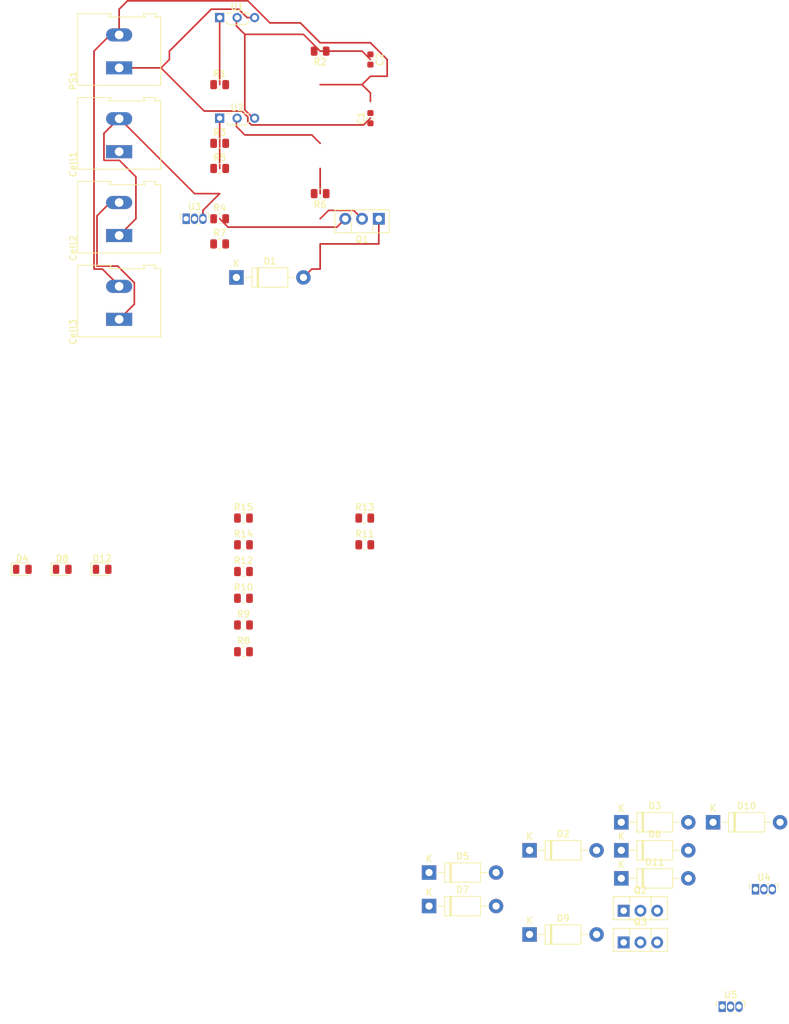
<source format=kicad_pcb>
(kicad_pcb (version 20211014) (generator pcbnew)
  (layers (0 "F.Cu" signal) (31 "B.Cu" signal) (35 "F.Paste" user) (37 "F.SilkS" user "F.Silkscreen") (38 "B.Mask" user) (39 "F.Mask" user) (44 "Edge.Cuts" user))
  (net 0 "")
  (net 1 "Net-(D1-Pad2)")
  (net 2 "Net-(D1-Pad1)")
  (net 3 "Net-(D2-Pad1)")
  (net 4 "GND")
  (net 5 "Net-(D5-Pad2)")
  (net 6 "Net-(D5-Pad1)")
  (net 7 "Net-(D6-Pad1)")
  (net 8 "/CELL1_Out")
  (net 9 "Net-(D9-Pad2)")
  (net 10 "Net-(D10-Pad2)")
  (net 11 "Net-(D10-Pad1)")
  (net 12 "+12V")
  (net 13 "Net-(Q1-Pad3)")
  (net 14 "/CELL2_Out")
  (net 15 "Net-(Q2-Pad3)")
  (net 16 "Net-(Q3-Pad3)")
  (net 17 "Net-(R5-Pad2)")
  (net 18 "Net-(R10-Pad1)")
  (net 19 "Net-(R13-Pad2)")
  (net 20 "+24V")
  (net 21 "/R2toReg")
  (net 22 "/ADJ2R1")
  (net 23 "/VouttoR3")
  (net 24 "Net-(D4-Pad2)")
  (net 25 "Net-(D8-Pad2)")
  (net 26 "Net-(D12-Pad2)")
  (footprint "Diode_THT:D_DO-41_SOD81_P10.16mm_Horizontal" (layer "F.Cu") (at 50.8 67.31)
    (fp_text reference "D1" (at 5.08 -2.47) (layer "F.SilkS"))
    (fp_text value "1N4007")
    (fp_text user "K" (at 0 -2.1) (layer "F.SilkS"))
    (fp_line (start 7.8 -1.47) (end 2.36 -1.47) (layer "F.SilkS") (width 0.12))
    (fp_line (start 8.82 0) (end 7.8 0) (layer "F.SilkS") (width 0.12))
    (fp_line (start 3.26 -1.47) (end 3.26 1.47) (layer "F.SilkS") (width 0.12))
    (fp_line (start 7.8 1.47) (end 7.8 -1.47) (layer "F.SilkS") (width 0.12))
    (fp_line (start 2.36 1.47) (end 7.8 1.47) (layer "F.SilkS") (width 0.12))
    (fp_line (start 3.14 -1.47) (end 3.14 1.47) (layer "F.SilkS") (width 0.12))
    (fp_line (start 1.34 0) (end 2.36 0) (layer "F.SilkS") (width 0.12))
    (fp_line (start 2.36 -1.47) (end 2.36 1.47) (layer "F.SilkS") (width 0.12))
    (fp_line (start 3.38 -1.47) (end 3.38 1.47) (layer "F.SilkS") (width 0.12))
    (pad "1" thru_hole rect locked (at 0 0) (size 2.2 2.2) (drill 1.1) (layers *.Cu *.Mask) (net 2 "Net-(D1-Pad1)"))
    (pad "2" thru_hole oval locked (at 10.16 0) (size 2.2 2.2) (drill 1.1) (layers *.Cu *.Mask) (net 1 "Net-(D1-Pad2)"))
  )
  (footprint "Diode_THT:D_DO-41_SOD81_P10.16mm_Horizontal" (layer "F.Cu") (at 95.25 154.11)
    (fp_text reference "D2" (at 5.08 -2.47) (layer "F.SilkS"))
    (fp_text value "1N4007")
    (fp_text user "K" (at 0 -2.1) (layer "F.SilkS"))
    (fp_line (start 2.36 -1.47) (end 2.36 1.47) (layer "F.SilkS") (width 0.12))
    (fp_line (start 1.34 0) (end 2.36 0) (layer "F.SilkS") (width 0.12))
    (fp_line (start 3.14 -1.47) (end 3.14 1.47) (layer "F.SilkS") (width 0.12))
    (fp_line (start 2.36 1.47) (end 7.8 1.47) (layer "F.SilkS") (width 0.12))
    (fp_line (start 7.8 -1.47) (end 2.36 -1.47) (layer "F.SilkS") (width 0.12))
    (fp_line (start 3.26 -1.47) (end 3.26 1.47) (layer "F.SilkS") (width 0.12))
    (fp_line (start 3.38 -1.47) (end 3.38 1.47) (layer "F.SilkS") (width 0.12))
    (fp_line (start 8.82 0) (end 7.8 0) (layer "F.SilkS") (width 0.12))
    (fp_line (start 7.8 1.47) (end 7.8 -1.47) (layer "F.SilkS") (width 0.12))
    (pad "1" thru_hole rect locked (at 0 0) (size 2.2 2.2) (drill 1.1) (layers *.Cu *.Mask) (net 3 "Net-(D2-Pad1)"))
    (pad "2" thru_hole oval locked (at 10.16 0) (size 2.2 2.2) (drill 1.1) (layers *.Cu *.Mask) (net 2 "Net-(D1-Pad1)"))
  )
  (footprint "Diode_THT:D_DO-41_SOD81_P10.16mm_Horizontal" (layer "F.Cu") (at 109.16 149.86)
    (fp_text reference "D3" (at 5.08 -2.47) (layer "F.SilkS"))
    (fp_text value "1N4007")
    (fp_text user "K" (at 0 -2.1) (layer "F.SilkS"))
    (fp_line (start 1.34 0) (end 2.36 0) (layer "F.SilkS") (width 0.12))
    (fp_line (start 7.8 1.47) (end 7.8 -1.47) (layer "F.SilkS") (width 0.12))
    (fp_line (start 3.14 -1.47) (end 3.14 1.47) (layer "F.SilkS") (width 0.12))
    (fp_line (start 2.36 1.47) (end 7.8 1.47) (layer "F.SilkS") (width 0.12))
    (fp_line (start 8.82 0) (end 7.8 0) (layer "F.SilkS") (width 0.12))
    (fp_line (start 3.38 -1.47) (end 3.38 1.47) (layer "F.SilkS") (width 0.12))
    (fp_line (start 3.26 -1.47) (end 3.26 1.47) (layer "F.SilkS") (width 0.12))
    (fp_line (start 7.8 -1.47) (end 2.36 -1.47) (layer "F.SilkS") (width 0.12))
    (fp_line (start 2.36 -1.47) (end 2.36 1.47) (layer "F.SilkS") (width 0.12))
    (pad "1" thru_hole rect locked (at 0 0) (size 2.2 2.2) (drill 1.1) (layers *.Cu *.Mask) (net 8 "/CELL1_Out"))
    (pad "2" thru_hole oval locked (at 10.16 0) (size 2.2 2.2) (drill 1.1) (layers *.Cu *.Mask) (net 3 "Net-(D2-Pad1)"))
  )
  (footprint "Diode_THT:D_DO-41_SOD81_P10.16mm_Horizontal" (layer "F.Cu") (at 80.01 157.48)
    (fp_text reference "D5" (at 5.08 -2.47) (layer "F.SilkS"))
    (fp_text value "1N4007")
    (fp_text user "K" (at 0 -2.1) (layer "F.SilkS"))
    (fp_line (start 7.8 1.47) (end 7.8 -1.47) (layer "F.SilkS") (width 0.12))
    (fp_line (start 3.26 -1.47) (end 3.26 1.47) (layer "F.SilkS") (width 0.12))
    (fp_line (start 7.8 -1.47) (end 2.36 -1.47) (layer "F.SilkS") (width 0.12))
    (fp_line (start 3.38 -1.47) (end 3.38 1.47) (layer "F.SilkS") (width 0.12))
    (fp_line (start 3.14 -1.47) (end 3.14 1.47) (layer "F.SilkS") (width 0.12))
    (fp_line (start 2.36 -1.47) (end 2.36 1.47) (layer "F.SilkS") (width 0.12))
    (fp_line (start 2.36 1.47) (end 7.8 1.47) (layer "F.SilkS") (width 0.12))
    (fp_line (start 1.34 0) (end 2.36 0) (layer "F.SilkS") (width 0.12))
    (fp_line (start 8.82 0) (end 7.8 0) (layer "F.SilkS") (width 0.12))
    (pad "1" thru_hole rect locked (at 0 0) (size 2.2 2.2) (drill 1.1) (layers *.Cu *.Mask) (net 6 "Net-(D5-Pad1)"))
    (pad "2" thru_hole oval locked (at 10.16 0) (size 2.2 2.2) (drill 1.1) (layers *.Cu *.Mask) (net 5 "Net-(D5-Pad2)"))
  )
  (footprint "Diode_THT:D_DO-41_SOD81_P10.16mm_Horizontal" (layer "F.Cu") (at 109.16 154.11)
    (fp_text reference "D6" (at 5.08 -2.47) (layer "F.SilkS"))
    (fp_text value "1N4007")
    (fp_text user "K" (at 0 -2.1) (layer "F.SilkS"))
    (fp_line (start 2.36 -1.47) (end 2.36 1.47) (layer "F.SilkS") (width 0.12))
    (fp_line (start 3.26 -1.47) (end 3.26 1.47) (layer "F.SilkS") (width 0.12))
    (fp_line (start 8.82 0) (end 7.8 0) (layer "F.SilkS") (width 0.12))
    (fp_line (start 7.8 -1.47) (end 2.36 -1.47) (layer "F.SilkS") (width 0.12))
    (fp_line (start 2.36 1.47) (end 7.8 1.47) (layer "F.SilkS") (width 0.12))
    (fp_line (start 3.38 -1.47) (end 3.38 1.47) (layer "F.SilkS") (width 0.12))
    (fp_line (start 1.34 0) (end 2.36 0) (layer "F.SilkS") (width 0.12))
    (fp_line (start 3.14 -1.47) (end 3.14 1.47) (layer "F.SilkS") (width 0.12))
    (fp_line (start 7.8 1.47) (end 7.8 -1.47) (layer "F.SilkS") (width 0.12))
    (pad "1" thru_hole rect locked (at 0 0) (size 2.2 2.2) (drill 1.1) (layers *.Cu *.Mask) (net 7 "Net-(D6-Pad1)"))
    (pad "2" thru_hole oval locked (at 10.16 0) (size 2.2 2.2) (drill 1.1) (layers *.Cu *.Mask) (net 6 "Net-(D5-Pad1)"))
  )
  (footprint "Diode_THT:D_DO-41_SOD81_P10.16mm_Horizontal" (layer "F.Cu") (at 80.01 162.56)
    (fp_text reference "D7" (at 5.08 -2.47) (layer "F.SilkS"))
    (fp_text value "1N4007")
    (fp_text user "K" (at 0 -2.1) (layer "F.SilkS"))
    (fp_line (start 3.14 -1.47) (end 3.14 1.47) (layer "F.SilkS") (width 0.12))
    (fp_line (start 8.82 0) (end 7.8 0) (layer "F.SilkS") (width 0.12))
    (fp_line (start 7.8 -1.47) (end 2.36 -1.47) (layer "F.SilkS") (width 0.12))
    (fp_line (start 2.36 -1.47) (end 2.36 1.47) (layer "F.SilkS") (width 0.12))
    (fp_line (start 3.26 -1.47) (end 3.26 1.47) (layer "F.SilkS") (width 0.12))
    (fp_line (start 1.34 0) (end 2.36 0) (layer "F.SilkS") (width 0.12))
    (fp_line (start 7.8 1.47) (end 7.8 -1.47) (layer "F.SilkS") (width 0.12))
    (fp_line (start 3.38 -1.47) (end 3.38 1.47) (layer "F.SilkS") (width 0.12))
    (fp_line (start 2.36 1.47) (end 7.8 1.47) (layer "F.SilkS") (width 0.12))
    (pad "1" thru_hole rect locked (at 0 0) (size 2.2 2.2) (drill 1.1) (layers *.Cu *.Mask) (net 14 "/CELL2_Out"))
    (pad "2" thru_hole oval locked (at 10.16 0) (size 2.2 2.2) (drill 1.1) (layers *.Cu *.Mask) (net 7 "Net-(D6-Pad1)"))
  )
  (footprint "Diode_THT:D_DO-41_SOD81_P10.16mm_Horizontal" (layer "F.Cu") (at 95.25 166.86)
    (fp_text reference "D9" (at 5.08 -2.47) (layer "F.SilkS"))
    (fp_text value "1N4007")
    (fp_text user "K" (at 0 -2.1) (layer "F.SilkS"))
    (fp_line (start 7.8 1.47) (end 7.8 -1.47) (layer "F.SilkS") (width 0.12))
    (fp_line (start 3.14 -1.47) (end 3.14 1.47) (layer "F.SilkS") (width 0.12))
    (fp_line (start 8.82 0) (end 7.8 0) (layer "F.SilkS") (width 0.12))
    (fp_line (start 7.8 -1.47) (end 2.36 -1.47) (layer "F.SilkS") (width 0.12))
    (fp_line (start 2.36 -1.47) (end 2.36 1.47) (layer "F.SilkS") (width 0.12))
    (fp_line (start 3.38 -1.47) (end 3.38 1.47) (layer "F.SilkS") (width 0.12))
    (fp_line (start 1.34 0) (end 2.36 0) (layer "F.SilkS") (width 0.12))
    (fp_line (start 2.36 1.47) (end 7.8 1.47) (layer "F.SilkS") (width 0.12))
    (fp_line (start 3.26 -1.47) (end 3.26 1.47) (layer "F.SilkS") (width 0.12))
    (pad "1" thru_hole rect locked (at 0 0) (size 2.2 2.2) (drill 1.1) (layers *.Cu *.Mask) (net 10 "Net-(D10-Pad2)"))
    (pad "2" thru_hole oval locked (at 10.16 0) (size 2.2 2.2) (drill 1.1) (layers *.Cu *.Mask) (net 9 "Net-(D9-Pad2)"))
  )
  (footprint "Diode_THT:D_DO-41_SOD81_P10.16mm_Horizontal" (layer "F.Cu") (at 123.07 149.86)
    (fp_text reference "D10" (at 5.08 -2.47) (layer "F.SilkS"))
    (fp_text value "1N4007")
    (fp_text user "K" (at 0 -2.1) (layer "F.SilkS"))
    (fp_line (start 2.36 -1.47) (end 2.36 1.47) (layer "F.SilkS") (width 0.12))
    (fp_line (start 8.82 0) (end 7.8 0) (layer "F.SilkS") (width 0.12))
    (fp_line (start 1.34 0) (end 2.36 0) (layer "F.SilkS") (width 0.12))
    (fp_line (start 3.14 -1.47) (end 3.14 1.47) (layer "F.SilkS") (width 0.12))
    (fp_line (start 3.38 -1.47) (end 3.38 1.47) (layer "F.SilkS") (width 0.12))
    (fp_line (start 7.8 1.47) (end 7.8 -1.47) (layer "F.SilkS") (width 0.12))
    (fp_line (start 2.36 1.47) (end 7.8 1.47) (layer "F.SilkS") (width 0.12))
    (fp_line (start 7.8 -1.47) (end 2.36 -1.47) (layer "F.SilkS") (width 0.12))
    (fp_line (start 3.26 -1.47) (end 3.26 1.47) (layer "F.SilkS") (width 0.12))
    (pad "1" thru_hole rect locked (at 0 0) (size 2.2 2.2) (drill 1.1) (layers *.Cu *.Mask) (net 11 "Net-(D10-Pad1)"))
    (pad "2" thru_hole oval locked (at 10.16 0) (size 2.2 2.2) (drill 1.1) (layers *.Cu *.Mask) (net 10 "Net-(D10-Pad2)"))
  )
  (footprint "Diode_THT:D_DO-41_SOD81_P10.16mm_Horizontal" (layer "F.Cu") (at 109.16 158.36)
    (fp_text reference "D11" (at 5.08 -2.47) (layer "F.SilkS"))
    (fp_text value "1N4007")
    (fp_text user "K" (at 0 -2.1) (layer "F.SilkS"))
    (fp_line (start 3.14 -1.47) (end 3.14 1.47) (layer "F.SilkS") (width 0.12))
    (fp_line (start 2.36 -1.47) (end 2.36 1.47) (layer "F.SilkS") (width 0.12))
    (fp_line (start 8.82 0) (end 7.8 0) (layer "F.SilkS") (width 0.12))
    (fp_line (start 3.38 -1.47) (end 3.38 1.47) (layer "F.SilkS") (width 0.12))
    (fp_line (start 1.34 0) (end 2.36 0) (layer "F.SilkS") (width 0.12))
    (fp_line (start 7.8 1.47) (end 7.8 -1.47) (layer "F.SilkS") (width 0.12))
    (fp_line (start 3.26 -1.47) (end 3.26 1.47) (layer "F.SilkS") (width 0.12))
    (fp_line (start 2.36 1.47) (end 7.8 1.47) (layer "F.SilkS") (width 0.12))
    (fp_line (start 7.8 -1.47) (end 2.36 -1.47) (layer "F.SilkS") (width 0.12))
    (pad "1" thru_hole rect locked (at 0 0) (size 2.2 2.2) (drill 1.1) (layers *.Cu *.Mask) (net 4 "GND"))
    (pad "2" thru_hole oval locked (at 10.16 0) (size 2.2 2.2) (drill 1.1) (layers *.Cu *.Mask) (net 11 "Net-(D10-Pad1)"))
  )
  (footprint "Package_TO_SOT_THT:TO-126-3_Vertical" (layer "F.Cu") (at 72.39 58.42 180)
    (fp_text reference "Q1" (at 2.54 -3.12) (layer "F.SilkS"))
    (fp_text value "BD140")
    (fp_line (start -1.58 1.37) (end 6.66 1.37) (layer "F.SilkS") (width 0.12))
    (fp_line (start -1.58 -2.12) (end 6.66 -2.12) (layer "F.SilkS") (width 0.12))
    (fp_line (start 0.94 -2.12) (end 0.94 -1.05) (layer "F.SilkS") (width 0.12))
    (fp_line (start 6.66 -2.12) (end 6.66 1.37) (layer "F.SilkS") (width 0.12))
    (fp_line (start -1.58 -2.12) (end -1.58 1.37) (layer "F.SilkS") (width 0.12))
    (fp_line (start 0.94 1.05) (end 0.94 1.37) (layer "F.SilkS") (width 0.12))
    (fp_line (start 4.141 -2.12) (end 4.141 -0.54) (layer "F.SilkS") (width 0.12))
    (fp_line (start 4.141 0.54) (end 4.141 1.37) (layer "F.SilkS") (width 0.12))
    (pad "1" thru_hole rect locked (at 0 0 180) (size 1.8 1.8) (drill 1) (layers *.Cu *.Mask) (net 1 "Net-(D1-Pad2)"))
    (pad "2" thru_hole oval locked (at 2.54 0 180) (size 1.8 1.8) (drill 1) (layers *.Cu *.Mask) (net 12 "+12V"))
    (pad "3" thru_hole oval locked (at 5.08 0 180) (size 1.8 1.8) (drill 1) (layers *.Cu *.Mask) (net 13 "Net-(Q1-Pad3)"))
  )
  (footprint "Package_TO_SOT_THT:TO-126-3_Vertical" (layer "F.Cu") (at 109.52 163.26)
    (fp_text reference "Q2" (at 2.54 -3.12) (layer "F.SilkS"))
    (fp_text value "BD140")
    (fp_line (start -1.58 -2.12) (end -1.58 1.37) (layer "F.SilkS") (width 0.12))
    (fp_line (start 0.94 1.05) (end 0.94 1.37) (layer "F.SilkS") (width 0.12))
    (fp_line (start 0.94 -2.12) (end 0.94 -1.05) (layer "F.SilkS") (width 0.12))
    (fp_line (start 4.141 0.54) (end 4.141 1.37) (layer "F.SilkS") (width 0.12))
    (fp_line (start -1.58 1.37) (end 6.66 1.37) (layer "F.SilkS") (width 0.12))
    (fp_line (start -1.58 -2.12) (end 6.66 -2.12) (layer "F.SilkS") (width 0.12))
    (fp_line (start 6.66 -2.12) (end 6.66 1.37) (layer "F.SilkS") (width 0.12))
    (fp_line (start 4.141 -2.12) (end 4.141 -0.54) (layer "F.SilkS") (width 0.12))
    (pad "1" thru_hole rect locked (at 0 0) (size 1.8 1.8) (drill 1) (layers *.Cu *.Mask) (net 5 "Net-(D5-Pad2)"))
    (pad "2" thru_hole oval locked (at 2.54 0) (size 1.8 1.8) (drill 1) (layers *.Cu *.Mask) (net 8 "/CELL1_Out"))
    (pad "3" thru_hole oval locked (at 5.08 0) (size 1.8 1.8) (drill 1) (layers *.Cu *.Mask) (net 15 "Net-(Q2-Pad3)"))
  )
  (footprint "Package_TO_SOT_THT:TO-126-3_Vertical" (layer "F.Cu") (at 109.52 168.06)
    (fp_text reference "Q3" (at 2.54 -3.12) (layer "F.SilkS"))
    (fp_text value "BD140")
    (fp_line (start 0.94 -2.12) (end 0.94 -1.05) (layer "F.SilkS") (width 0.12))
    (fp_line (start -1.58 -2.12) (end -1.58 1.37) (layer "F.SilkS") (width 0.12))
    (fp_line (start 0.94 1.05) (end 0.94 1.37) (layer "F.SilkS") (width 0.12))
    (fp_line (start -1.58 1.37) (end 6.66 1.37) (layer "F.SilkS") (width 0.12))
    (fp_line (start 4.141 0.54) (end 4.141 1.37) (layer "F.SilkS") (width 0.12))
    (fp_line (start 6.66 -2.12) (end 6.66 1.37) (layer "F.SilkS") (width 0.12))
    (fp_line (start 4.141 -2.12) (end 4.141 -0.54) (layer "F.SilkS") (width 0.12))
    (fp_line (start -1.58 -2.12) (end 6.66 -2.12) (layer "F.SilkS") (width 0.12))
    (pad "1" thru_hole rect locked (at 0 0) (size 1.8 1.8) (drill 1) (layers *.Cu *.Mask) (net 9 "Net-(D9-Pad2)"))
    (pad "2" thru_hole oval locked (at 2.54 0) (size 1.8 1.8) (drill 1) (layers *.Cu *.Mask) (net 14 "/CELL2_Out"))
    (pad "3" thru_hole oval locked (at 5.08 0) (size 1.8 1.8) (drill 1) (layers *.Cu *.Mask) (net 16 "Net-(Q3-Pad3)"))
  )
  (footprint "Sensor_Current:Allegro_SIP-3" (layer "F.Cu") (at 43.18 58.42)
    (fp_text reference "U3" (at 1.27 -1.8) (layer "F.SilkS"))
    (fp_text value "TL431D")
    (fp_line (start -0.895 0) (end -0.895 -0.85) (layer "F.SilkS") (width 0.12))
    (fp_line (start 3.435 -0.85) (end 3.435 0) (layer "F.SilkS") (width 0.12))
    (fp_line (start 2.01 0.91) (end 1.8 0.91) (layer "F.SilkS") (width 0.12))
    (fp_line (start 3.435 -0.85) (end 3.07 -0.85) (layer "F.SilkS") (width 0.12))
    (fp_line (start 2.01 -0.85) (end 1.8 -0.85) (layer "F.SilkS") (width 0.12))
    (pad "1" thru_hole rect locked (at 0 0) (size 1.1 1.6) (drill 0.8) (layers *.Cu *.Mask) (net 13 "Net-(Q1-Pad3)"))
    (pad "2" thru_hole oval locked (at 1.27 0) (size 1.1 1.6) (drill 0.8) (layers *.Cu *.Mask) (net 8 "/CELL1_Out"))
    (pad "3" thru_hole oval locked (at 2.54 0) (size 1.1 1.6) (drill 0.8) (layers *.Cu *.Mask) (net 8 "/CELL1_Out"))
  )
  (footprint "Sensor_Current:Allegro_SIP-3" (layer "F.Cu") (at 129.51 160.01)
    (fp_text reference "U4" (at 1.27 -1.8) (layer "F.SilkS"))
    (fp_text value "TL431D")
    (fp_line (start 3.435 -0.85) (end 3.07 -0.85) (layer "F.SilkS") (width 0.12))
    (fp_line (start 3.435 -0.85) (end 3.435 0) (layer "F.SilkS") (width 0.12))
    (fp_line (start 2.01 -0.85) (end 1.8 -0.85) (layer "F.SilkS") (width 0.12))
    (fp_line (start 2.01 0.91) (end 1.8 0.91) (layer "F.SilkS") (width 0.12))
    (fp_line (start -0.895 0) (end -0.895 -0.85) (layer "F.SilkS") (width 0.12))
    (pad "1" thru_hole rect locked (at 0 0) (size 1.1 1.6) (drill 0.8) (layers *.Cu *.Mask) (net 15 "Net-(Q2-Pad3)"))
    (pad "2" thru_hole oval locked (at 1.27 0) (size 1.1 1.6) (drill 0.8) (layers *.Cu *.Mask) (net 14 "/CELL2_Out"))
    (pad "3" thru_hole oval locked (at 2.54 0) (size 1.1 1.6) (drill 0.8) (layers *.Cu *.Mask) (net 14 "/CELL2_Out"))
  )
  (footprint "Sensor_Current:Allegro_SIP-3" (layer "F.Cu") (at 124.46 177.8)
    (fp_text reference "U5" (at 1.27 -1.8) (layer "F.SilkS"))
    (fp_text value "TL431D")
    (fp_line (start 2.01 0.91) (end 1.8 0.91) (layer "F.SilkS") (width 0.12))
    (fp_line (start 3.435 -0.85) (end 3.07 -0.85) (layer "F.SilkS") (width 0.12))
    (fp_line (start 2.01 -0.85) (end 1.8 -0.85) (layer "F.SilkS") (width 0.12))
    (fp_line (start -0.895 0) (end -0.895 -0.85) (layer "F.SilkS") (width 0.12))
    (fp_line (start 3.435 -0.85) (end 3.435 0) (layer "F.SilkS") (width 0.12))
    (pad "1" thru_hole rect locked (at 0 0) (size 1.1 1.6) (drill 0.8) (layers *.Cu *.Mask) (net 16 "Net-(Q3-Pad3)"))
    (pad "2" thru_hole oval locked (at 1.27 0) (size 1.1 1.6) (drill 0.8) (layers *.Cu *.Mask) (net 4 "GND"))
    (pad "3" thru_hole oval locked (at 2.54 0) (size 1.1 1.6) (drill 0.8) (layers *.Cu *.Mask) (net 4 "GND"))
  )
  (footprint "Sensor_Current:Diodes_SIP-3_4.1x1.5mm_P2.65mm" (layer "F.Cu") (at 48.26 27.94)
    (fp_text reference "U1" (at 2.65 -1.6) (layer "F.SilkS"))
    (fp_text value "LM317")
    (fp_line (start 3.51 -0.68) (end 4.44 -0.68) (layer "F.SilkS") (width 0.12))
    (fp_line (start 4.44 0.56) (end 3.96 1.04) (layer "F.SilkS") (width 0.12))
    (fp_line (start 0.96 0.658) (end 1.34 1.04) (layer "F.SilkS") (width 0.12))
    (fp_line (start 0.96 -0.68) (end 1.79 -0.68) (layer "F.SilkS") (width 0.12))
    (fp_line (start 1.34 1.04) (end 3.96 1.04) (layer "F.SilkS") (width 0.12))
    (pad "1" thru_hole rect locked (at 0 0) (size 1.4 1.4) (drill 0.8) (layers *.Cu *.Mask) (net 22 "/ADJ2R1"))
    (pad "2" thru_hole circle locked (at 2.65 0) (size 1.4 1.4) (drill 0.8) (layers *.Cu *.Mask) (net 21 "/R2toReg"))
    (pad "3" thru_hole circle locked (at 5.3 0) (size 1.4 1.4) (drill 0.8) (layers *.Cu *.Mask) (net 20 "+24V"))
  )
  (footprint "Sensor_Current:Diodes_SIP-3_4.1x1.5mm_P2.65mm" (layer "F.Cu") (at 48.26 43.18)
    (fp_text reference "U2" (at 2.65 -1.6) (layer "F.SilkS"))
    (fp_text value "LM317")
    (fp_line (start 3.51 -0.68) (end 4.44 -0.68) (layer "F.SilkS") (width 0.12))
    (fp_line (start 0.96 0.658) (end 1.34 1.04) (layer "F.SilkS") (width 0.12))
    (fp_line (start 0.96 -0.68) (end 1.79 -0.68) (layer "F.SilkS") (width 0.12))
    (fp_line (start 1.34 1.04) (end 3.96 1.04) (layer "F.SilkS") (width 0.12))
    (fp_line (start 4.44 0.56) (end 3.96 1.04) (layer "F.SilkS") (width 0.12))
    (pad "1" thru_hole rect locked (at 0 0) (size 1.4 1.4) (drill 0.8) (layers *.Cu *.Mask) (net 12 "+12V"))
    (pad "2" thru_hole circle locked (at 2.65 0) (size 1.4 1.4) (drill 0.8) (layers *.Cu *.Mask) (net 23 "/VouttoR3"))
    (pad "3" thru_hole circle locked (at 5.3 0) (size 1.4 1.4) (drill 0.8) (layers *.Cu *.Mask) (net 21 "/R2toReg"))
  )
  (footprint "TerminalBlock:TerminalBlock_Altech_AK300-2_P5.00mm" (layer "F.Cu") (at 33.02 35.56 90)
    (fp_text reference "PS1" (at -1.92 -6.99 90) (layer "F.SilkS"))
    (fp_text value "Conn_01x02")
    (fp_line (start 8.2 -6.3) (end -2.65 -6.3) (layer "F.SilkS") (width 0.12))
    (fp_line (start 8.2 3.65) (end 7.7 3.9) (layer "F.SilkS") (width 0.12))
    (fp_line (start -2.65 -6.3) (end -2.65 6.3) (layer "F.SilkS") (width 0.12))
    (fp_line (start 7.7 -1.5) (end 8.2 -1.2) (layer "F.SilkS") (width 0.12))
    (fp_line (start 8.2 3.7) (end 8.2 3.65) (layer "F.SilkS") (width 0.12))
    (fp_line (start 7.7 6.3) (end 7.7 5.35) (layer "F.SilkS") (width 0.12))
    (fp_line (start 7.7 5.35) (end 8.2 5.6) (layer "F.SilkS") (width 0.12))
    (fp_line (start 7.7 3.9) (end 7.7 -1.5) (layer "F.SilkS") (width 0.12))
    (fp_line (start -2.65 6.3) (end 7.7 6.3) (layer "F.SilkS") (width 0.12))
    (fp_line (start 8.2 -1.2) (end 8.2 -6.3) (layer "F.SilkS") (width 0.12))
    (fp_line (start 8.2 5.6) (end 8.2 3.7) (layer "F.SilkS") (width 0.12))
    (pad "1" thru_hole rect locked (at 0 0 90) (size 1.98 3.96) (drill 1.32) (layers *.Cu *.Mask) (net 20 "+24V"))
    (pad "2" thru_hole oval locked (at 5 0 90) (size 1.98 3.96) (drill 1.32) (layers *.Cu *.Mask) (net 4 "GND"))
  )
  (footprint "TerminalBlock:TerminalBlock_Altech_AK300-2_P5.00mm" (layer "F.Cu") (at 33.02 48.26 90)
    (fp_text reference "Cell1" (at -1.92 -6.99 90) (layer "F.SilkS"))
    (fp_text value "Conn_01x02")
    (fp_line (start 7.7 -1.5) (end 8.2 -1.2) (layer "F.SilkS") (width 0.12))
    (fp_line (start -2.65 6.3) (end 7.7 6.3) (layer "F.SilkS") (width 0.12))
    (fp_line (start 7.7 6.3) (end 7.7 5.35) (layer "F.SilkS") (width 0.12))
    (fp_line (start 8.2 3.65) (end 7.7 3.9) (layer "F.SilkS") (width 0.12))
    (fp_line (start -2.65 -6.3) (end -2.65 6.3) (layer "F.SilkS") (width 0.12))
    (fp_line (start 8.2 5.6) (end 8.2 3.7) (layer "F.SilkS") (width 0.12))
    (fp_line (start 7.7 3.9) (end 7.7 -1.5) (layer "F.SilkS") (width 0.12))
    (fp_line (start 8.2 -1.2) (end 8.2 -6.3) (layer "F.SilkS") (width 0.12))
    (fp_line (start 8.2 3.7) (end 8.2 3.65) (layer "F.SilkS") (width 0.12))
    (fp_line (start 8.2 -6.3) (end -2.65 -6.3) (layer "F.SilkS") (width 0.12))
    (fp_line (start 7.7 5.35) (end 8.2 5.6) (layer "F.SilkS") (width 0.12))
    (pad "1" thru_hole rect locked (at 0 0 90) (size 1.98 3.96) (drill 1.32) (layers *.Cu *.Mask) (net 12 "+12V"))
    (pad "2" thru_hole oval locked (at 5 0 90) (size 1.98 3.96) (drill 1.32) (layers *.Cu *.Mask) (net 8 "/CELL1_Out"))
  )
  (footprint "TerminalBlock:TerminalBlock_Altech_AK300-2_P5.00mm" (layer "F.Cu") (at 33.02 60.96 90)
    (fp_text reference "Cell2" (at -1.92 -6.99 90) (layer "F.SilkS"))
    (fp_text value "Conn_01x02")
    (fp_line (start 7.7 3.9) (end 7.7 -1.5) (layer "F.SilkS") (width 0.12))
    (fp_line (start 8.2 -6.3) (end -2.65 -6.3) (layer "F.SilkS") (width 0.12))
    (fp_line (start 7.7 5.35) (end 8.2 5.6) (layer "F.SilkS") (width 0.12))
    (fp_line (start 8.2 5.6) (end 8.2 3.7) (layer "F.SilkS") (width 0.12))
    (fp_line (start -2.65 6.3) (end 7.7 6.3) (layer "F.SilkS") (width 0.12))
    (fp_line (start 7.7 6.3) (end 7.7 5.35) (layer "F.SilkS") (width 0.12))
    (fp_line (start 8.2 3.65) (end 7.7 3.9) (layer "F.SilkS") (width 0.12))
    (fp_line (start 7.7 -1.5) (end 8.2 -1.2) (layer "F.SilkS") (width 0.12))
    (fp_line (start -2.65 -6.3) (end -2.65 6.3) (layer "F.SilkS") (width 0.12))
    (fp_line (start 8.2 3.7) (end 8.2 3.65) (layer "F.SilkS") (width 0.12))
    (fp_line (start 8.2 -1.2) (end 8.2 -6.3) (layer "F.SilkS") (width 0.12))
    (pad "1" thru_hole rect locked (at 0 0 90) (size 1.98 3.96) (drill 1.32) (layers *.Cu *.Mask) (net 8 "/CELL1_Out"))
    (pad "2" thru_hole oval locked (at 5 0 90) (size 1.98 3.96) (drill 1.32) (layers *.Cu *.Mask) (net 14 "/CELL2_Out"))
  )
  (footprint "TerminalBlock:TerminalBlock_Altech_AK300-2_P5.00mm" (layer "F.Cu") (at 33.02 73.66 90)
    (fp_text reference "Cell3" (at -1.92 -6.99 90) (layer "F.SilkS"))
    (fp_text value "Conn_01x02")
    (fp_line (start -2.65 6.3) (end 7.7 6.3) (layer "F.SilkS") (width 0.12))
    (fp_line (start 7.7 5.35) (end 8.2 5.6) (layer "F.SilkS") (width 0.12))
    (fp_line (start -2.65 -6.3) (end -2.65 6.3) (layer "F.SilkS") (width 0.12))
    (fp_line (start 7.7 3.9) (end 7.7 -1.5) (layer "F.SilkS") (width 0.12))
    (fp_line (start 7.7 -1.5) (end 8.2 -1.2) (layer "F.SilkS") (width 0.12))
    (fp_line (start 8.2 -1.2) (end 8.2 -6.3) (layer "F.SilkS") (width 0.12))
    (fp_line (start 8.2 3.65) (end 7.7 3.9) (layer "F.SilkS") (width 0.12))
    (fp_line (start 8.2 -6.3) (end -2.65 -6.3) (layer "F.SilkS") (width 0.12))
    (fp_line (start 7.7 6.3) (end 7.7 5.35) (layer "F.SilkS") (width 0.12))
    (fp_line (start 8.2 3.7) (end 8.2 3.65) (layer "F.SilkS") (width 0.12))
    (fp_line (start 8.2 5.6) (end 8.2 3.7) (layer "F.SilkS") (width 0.12))
    (pad "1" thru_hole rect locked (at 0 0 90) (size 1.98 3.96) (drill 1.32) (layers *.Cu *.Mask) (net 14 "/CELL2_Out"))
    (pad "2" thru_hole oval locked (at 5 0 90) (size 1.98 3.96) (drill 1.32) (layers *.Cu *.Mask) (net 4 "GND"))
  )
  (footprint "Resistor_SMD:R_0805_2012Metric" (layer "F.Cu") (at 48.26 38.1)
    (fp_text reference "R1" (at 0 -1.65) (layer "F.SilkS"))
    (fp_text value "4.7k Ω")
    (fp_line (start -0.227064 0.735) (end 0.227064 0.735) (layer "F.SilkS") (width 0.12))
    (fp_line (start -0.227064 -0.735) (end 0.227064 -0.735) (layer "F.SilkS") (width 0.12))
    (pad "1" smd roundrect (at -0.9125 0) (size 1.025 1.4) (layers "F.Cu" "F.Paste" "F.Mask") (roundrect_rratio 0.243902) (net 22 "/ADJ2R1"))
    (pad "2" smd roundrect (at 0.9125 0) (size 1.025 1.4) (layers "F.Cu" "F.Paste" "F.Mask") (roundrect_rratio 0.243902) (net 4 "GND"))
  )
  (footprint "Resistor_SMD:R_0805_2012Metric" (layer "F.Cu") (at 63.5 33.02 180)
    (fp_text reference "R2" (at 0 -1.65 180) (layer "F.SilkS"))
    (fp_text value "517 Ω")
    (fp_line (start -0.227064 0.735) (end 0.227064 0.735) (layer "F.SilkS") (width 0.12))
    (fp_line (start -0.227064 -0.735) (end 0.227064 -0.735) (layer "F.SilkS") (width 0.12))
    (pad "1" smd roundrect (at -0.9125 0 180) (size 1.025 1.4) (layers "F.Cu" "F.Paste" "F.Mask") (roundrect_rratio 0.243902) (net 21 "/R2toReg"))
    (pad "2" smd roundrect (at 0.9125 0 180) (size 1.025 1.4) (layers "F.Cu" "F.Paste" "F.Mask") (roundrect_rratio 0.243902) (net 22 "/ADJ2R1"))
  )
  (footprint "Resistor_SMD:R_0805_2012Metric" (layer "F.Cu") (at 48.26 46.99)
    (fp_text reference "R3" (at 0 -1.65) (layer "F.SilkS"))
    (fp_text value "2 Ω")
    (fp_line (start -0.227064 -0.735) (end 0.227064 -0.735) (layer "F.SilkS") (width 0.12))
    (fp_line (start -0.227064 0.735) (end 0.227064 0.735) (layer "F.SilkS") (width 0.12))
    (pad "1" smd roundrect (at -0.9125 0) (size 1.025 1.4) (layers "F.Cu" "F.Paste" "F.Mask") (roundrect_rratio 0.243902) (net 12 "+12V"))
    (pad "2" smd roundrect (at 0.9125 0) (size 1.025 1.4) (layers "F.Cu" "F.Paste" "F.Mask") (roundrect_rratio 0.243902) (net 23 "/VouttoR3"))
  )
  (footprint "Resistor_SMD:R_0805_2012Metric" (layer "F.Cu") (at 48.26 58.42)
    (fp_text reference "R4" (at 0 -1.65) (layer "F.SilkS"))
    (fp_text value "1k Ω")
    (fp_line (start -0.227064 0.735) (end 0.227064 0.735) (layer "F.SilkS") (width 0.12))
    (fp_line (start -0.227064 -0.735) (end 0.227064 -0.735) (layer "F.SilkS") (width 0.12))
    (pad "1" smd roundrect (at -0.9125 0) (size 1.025 1.4) (layers "F.Cu" "F.Paste" "F.Mask") (roundrect_rratio 0.243902) (net 13 "Net-(Q1-Pad3)"))
    (pad "2" smd roundrect (at 0.9125 0) (size 1.025 1.4) (layers "F.Cu" "F.Paste" "F.Mask") (roundrect_rratio 0.243902) (net 12 "+12V"))
  )
  (footprint "Resistor_SMD:R_0805_2012Metric" (layer "F.Cu") (at 48.26 50.8)
    (fp_text reference "R5" (at 0 -1.65) (layer "F.SilkS"))
    (fp_text value "20.4k Ω")
    (fp_line (start -0.227064 0.735) (end 0.227064 0.735) (layer "F.SilkS") (width 0.12))
    (fp_line (start -0.227064 -0.735) (end 0.227064 -0.735) (layer "F.SilkS") (width 0.12))
    (pad "1" smd roundrect (at -0.9125 0) (size 1.025 1.4) (layers "F.Cu" "F.Paste" "F.Mask") (roundrect_rratio 0.243902) (net 12 "+12V"))
    (pad "2" smd roundrect (at 0.9125 0) (size 1.025 1.4) (layers "F.Cu" "F.Paste" "F.Mask") (roundrect_rratio 0.243902) (net 17 "Net-(R5-Pad2)"))
  )
  (footprint "Resistor_SMD:R_0805_2012Metric" (layer "F.Cu") (at 63.5 54.61 180)
    (fp_text reference "R6" (at 0 -1.65 180) (layer "F.SilkS"))
    (fp_text value "30k Ω")
    (fp_line (start -0.227064 -0.735) (end 0.227064 -0.735) (layer "F.SilkS") (width 0.12))
    (fp_line (start -0.227064 0.735) (end 0.227064 0.735) (layer "F.SilkS") (width 0.12))
    (pad "1" smd roundrect (at -0.9125 0 180) (size 1.025 1.4) (layers "F.Cu" "F.Paste" "F.Mask") (roundrect_rratio 0.243902) (net 17 "Net-(R5-Pad2)"))
    (pad "2" smd roundrect (at 0.9125 0 180) (size 1.025 1.4) (layers "F.Cu" "F.Paste" "F.Mask") (roundrect_rratio 0.243902) (net 8 "/CELL1_Out"))
  )
  (footprint "Resistor_SMD:R_0805_2012Metric" (layer "F.Cu") (at 48.26 62.23)
    (fp_text reference "R7" (at 0 -1.65) (layer "F.SilkS"))
    (fp_text value "330 Ω")
    (fp_line (start -0.227064 0.735) (end 0.227064 0.735) (layer "F.SilkS") (width 0.12))
    (fp_line (start -0.227064 -0.735) (end 0.227064 -0.735) (layer "F.SilkS") (width 0.12))
    (pad "1" smd roundrect (at -0.9125 0) (size 1.025 1.4) (layers "F.Cu" "F.Paste" "F.Mask") (roundrect_rratio 0.243902) (net 24 "Net-(D4-Pad2)"))
    (pad "2" smd roundrect (at 0.9125 0) (size 1.025 1.4) (layers "F.Cu" "F.Paste" "F.Mask") (roundrect_rratio 0.243902) (net 1 "Net-(D1-Pad2)"))
  )
  (footprint "Resistor_SMD:R_0805_2012Metric" (layer "F.Cu") (at 51.87 124.02)
    (fp_text reference "R8" (at 0 -1.65) (layer "F.SilkS"))
    (fp_text value "1k Ω")
    (fp_line (start -0.227064 -0.735) (end 0.227064 -0.735) (layer "F.SilkS") (width 0.12))
    (fp_line (start -0.227064 0.735) (end 0.227064 0.735) (layer "F.SilkS") (width 0.12))
    (pad "1" smd roundrect (at -0.9125 0) (size 1.025 1.4) (layers "F.Cu" "F.Paste" "F.Mask") (roundrect_rratio 0.243902) (net 15 "Net-(Q2-Pad3)"))
    (pad "2" smd roundrect (at 0.9125 0) (size 1.025 1.4) (layers "F.Cu" "F.Paste" "F.Mask") (roundrect_rratio 0.243902) (net 8 "/CELL1_Out"))
  )
  (footprint "Resistor_SMD:R_0805_2012Metric" (layer "F.Cu") (at 51.87 119.97)
    (fp_text reference "R9" (at 0 -1.65) (layer "F.SilkS"))
    (fp_text value "20.4k Ω")
    (fp_line (start -0.227064 -0.735) (end 0.227064 -0.735) (layer "F.SilkS") (width 0.12))
    (fp_line (start -0.227064 0.735) (end 0.227064 0.735) (layer "F.SilkS") (width 0.12))
    (pad "1" smd roundrect (at -0.9125 0) (size 1.025 1.4) (layers "F.Cu" "F.Paste" "F.Mask") (roundrect_rratio 0.243902) (net 8 "/CELL1_Out"))
    (pad "2" smd roundrect (at 0.9125 0) (size 1.025 1.4) (layers "F.Cu" "F.Paste" "F.Mask") (roundrect_rratio 0.243902) (net 18 "Net-(R10-Pad1)"))
  )
  (footprint "Resistor_SMD:R_0805_2012Metric" (layer "F.Cu") (at 51.87 115.92)
    (fp_text reference "R10" (at 0 -1.65) (layer "F.SilkS"))
    (fp_text value "30k Ω")
    (fp_line (start -0.227064 -0.735) (end 0.227064 -0.735) (layer "F.SilkS") (width 0.12))
    (fp_line (start -0.227064 0.735) (end 0.227064 0.735) (layer "F.SilkS") (width 0.12))
    (pad "1" smd roundrect (at -0.9125 0) (size 1.025 1.4) (layers "F.Cu" "F.Paste" "F.Mask") (roundrect_rratio 0.243902) (net 18 "Net-(R10-Pad1)"))
    (pad "2" smd roundrect (at 0.9125 0) (size 1.025 1.4) (layers "F.Cu" "F.Paste" "F.Mask") (roundrect_rratio 0.243902) (net 14 "/CELL2_Out"))
  )
  (footprint "Resistor_SMD:R_0805_2012Metric" (layer "F.Cu") (at 70.26 107.82)
    (fp_text reference "R11" (at 0 -1.65) (layer "F.SilkS"))
    (fp_text value "330 Ω")
    (fp_line (start -0.227064 0.735) (end 0.227064 0.735) (layer "F.SilkS") (width 0.12))
    (fp_line (start -0.227064 -0.735) (end 0.227064 -0.735) (layer "F.SilkS") (width 0.12))
    (pad "1" smd roundrect (at -0.9125 0) (size 1.025 1.4) (layers "F.Cu" "F.Paste" "F.Mask") (roundrect_rratio 0.243902) (net 25 "Net-(D8-Pad2)"))
    (pad "2" smd roundrect (at 0.9125 0) (size 1.025 1.4) (layers "F.Cu" "F.Paste" "F.Mask") (roundrect_rratio 0.243902) (net 5 "Net-(D5-Pad2)"))
  )
  (footprint "Resistor_SMD:R_0805_2012Metric" (layer "F.Cu") (at 51.87 111.87)
    (fp_text reference "R12" (at 0 -1.65) (layer "F.SilkS"))
    (fp_text value "1k Ω")
    (fp_line (start -0.227064 0.735) (end 0.227064 0.735) (layer "F.SilkS") (width 0.12))
    (fp_line (start -0.227064 -0.735) (end 0.227064 -0.735) (layer "F.SilkS") (width 0.12))
    (pad "1" smd roundrect (at -0.9125 0) (size 1.025 1.4) (layers "F.Cu" "F.Paste" "F.Mask") (roundrect_rratio 0.243902) (net 16 "Net-(Q3-Pad3)"))
    (pad "2" smd roundrect (at 0.9125 0) (size 1.025 1.4) (layers "F.Cu" "F.Paste" "F.Mask") (roundrect_rratio 0.243902) (net 14 "/CELL2_Out"))
  )
  (footprint "Resistor_SMD:R_0805_2012Metric" (layer "F.Cu") (at 70.26 103.77)
    (fp_text reference "R13" (at 0 -1.65) (layer "F.SilkS"))
    (fp_text value "20.4k Ω")
    (fp_line (start -0.227064 0.735) (end 0.227064 0.735) (layer "F.SilkS") (width 0.12))
    (fp_line (start -0.227064 -0.735) (end 0.227064 -0.735) (layer "F.SilkS") (width 0.12))
    (pad "1" smd roundrect (at -0.9125 0) (size 1.025 1.4) (layers "F.Cu" "F.Paste" "F.Mask") (roundrect_rratio 0.243902) (net 14 "/CELL2_Out"))
    (pad "2" smd roundrect (at 0.9125 0) (size 1.025 1.4) (layers "F.Cu" "F.Paste" "F.Mask") (roundrect_rratio 0.243902) (net 19 "Net-(R13-Pad2)"))
  )
  (footprint "Resistor_SMD:R_0805_2012Metric" (layer "F.Cu") (at 51.87 107.82)
    (fp_text reference "R14" (at 0 -1.65) (layer "F.SilkS"))
    (fp_text value "30k Ω")
    (fp_line (start -0.227064 0.735) (end 0.227064 0.735) (layer "F.SilkS") (width 0.12))
    (fp_line (start -0.227064 -0.735) (end 0.227064 -0.735) (layer "F.SilkS") (width 0.12))
    (pad "1" smd roundrect (at -0.9125 0) (size 1.025 1.4) (layers "F.Cu" "F.Paste" "F.Mask") (roundrect_rratio 0.243902) (net 19 "Net-(R13-Pad2)"))
    (pad "2" smd roundrect (at 0.9125 0) (size 1.025 1.4) (layers "F.Cu" "F.Paste" "F.Mask") (roundrect_rratio 0.243902) (net 4 "GND"))
  )
  (footprint "Resistor_SMD:R_0805_2012Metric" (layer "F.Cu") (at 51.87 103.77)
    (fp_text reference "R15" (at 0 -1.65) (layer "F.SilkS"))
    (fp_text value "330 Ω")
    (fp_line (start -0.227064 0.735) (end 0.227064 0.735) (layer "F.SilkS") (width 0.12))
    (fp_line (start -0.227064 -0.735) (end 0.227064 -0.735) (layer "F.SilkS") (width 0.12))
    (pad "1" smd roundrect (at -0.9125 0) (size 1.025 1.4) (layers "F.Cu" "F.Paste" "F.Mask") (roundrect_rratio 0.243902) (net 26 "Net-(D12-Pad2)"))
    (pad "2" smd roundrect (at 0.9125 0) (size 1.025 1.4) (layers "F.Cu" "F.Paste" "F.Mask") (roundrect_rratio 0.243902) (net 9 "Net-(D9-Pad2)"))
  )
  (footprint "Capacitor_SMD:C_0603_1608Metric" (layer "F.Cu") (at 71.12 43.18 90)
    (fp_text reference "C1" (at 0 -1.43 90) (layer "F.SilkS"))
    (fp_text value "100uF")
    (fp_line (start -0.14058 -0.51) (end 0.14058 -0.51) (layer "F.SilkS") (width 0.12))
    (fp_line (start -0.14058 0.51) (end 0.14058 0.51) (layer "F.SilkS") (width 0.12))
    (pad "1" smd roundrect (at -0.775 0 90) (size 0.9 0.95) (layers "F.Cu" "F.Paste" "F.Mask") (net 20 "+24V"))
    (pad "2" smd roundrect (at 0.775 0 90) (size 0.9 0.95) (layers "F.Cu" "F.Paste" "F.Mask") (net 4 "GND"))
  )
  (footprint "Capacitor_SMD:C_0603_1608Metric" (layer "F.Cu") (at 71.12 34.29 -90)
    (fp_text reference "C2" (at 0 -1.43 -90) (layer "F.SilkS"))
    (fp_text value "100uF")
    (fp_line (start -0.14058 0.51) (end 0.14058 0.51) (layer "F.SilkS") (width 0.12))
    (fp_line (start -0.14058 -0.51) (end 0.14058 -0.51) (layer "F.SilkS") (width 0.12))
    (pad "1" smd roundrect (at -0.775 0 270) (size 0.9 0.95) (layers "F.Cu" "F.Paste" "F.Mask") (net 21 "/R2toReg"))
    (pad "2" smd roundrect (at 0.775 0 270) (size 0.9 0.95) (layers "F.Cu" "F.Paste" "F.Mask") (net 4 "GND"))
  )
  (footprint "LED_SMD:LED_0805_2012Metric" (layer "F.Cu") (at 18.340225 111.53)
    (fp_text reference "D4" (at 0 -1.65) (layer "F.SilkS"))
    (fp_text value "LED GRN")
    (fp_line (start 1 -0.96) (end -1.685 -0.96) (layer "F.SilkS") (width 0.12))
    (fp_line (start -1.685 0.96) (end 1 0.96) (layer "F.SilkS") (width 0.12))
    (fp_line (start -1.685 -0.96) (end -1.685 0.96) (layer "F.SilkS") (width 0.12))
    (pad "1" smd roundrect (at -0.9375 0) (size 0.975 1.4) (layers "F.Cu" "F.Paste" "F.Mask") (net 8 "/CELL1_Out"))
    (pad "2" smd roundrect (at 0.9375 0) (size 0.975 1.4) (layers "F.Cu" "F.Paste" "F.Mask") (net 24 "Net-(D4-Pad2)"))
  )
  (footprint "LED_SMD:LED_0805_2012Metric" (layer "F.Cu") (at 24.390225 111.53)
    (fp_text reference "D8" (at 0 -1.65) (layer "F.SilkS"))
    (fp_text value "LED GRN")
    (fp_line (start -1.685 0.96) (end 1 0.96) (layer "F.SilkS") (width 0.12))
    (fp_line (start 1 -0.96) (end -1.685 -0.96) (layer "F.SilkS") (width 0.12))
    (fp_line (start -1.685 -0.96) (end -1.685 0.96) (layer "F.SilkS") (width 0.12))
    (pad "1" smd roundrect (at -0.9375 0) (size 0.975 1.4) (layers "F.Cu" "F.Paste" "F.Mask") (net 14 "/CELL2_Out"))
    (pad "2" smd roundrect (at 0.9375 0) (size 0.975 1.4) (layers "F.Cu" "F.Paste" "F.Mask") (net 25 "Net-(D8-Pad2)"))
  )
  (footprint "LED_SMD:LED_0805_2012Metric" (layer "F.Cu") (at 30.440225 111.53)
    (fp_text reference "D12" (at 0 -1.65) (layer "F.SilkS"))
    (fp_text value "LED GRN")
    (fp_line (start 1 -0.96) (end -1.685 -0.96) (layer "F.SilkS") (width 0.12))
    (fp_line (start -1.685 -0.96) (end -1.685 0.96) (layer "F.SilkS") (width 0.12))
    (fp_line (start -1.685 0.96) (end 1 0.96) (layer "F.SilkS") (width 0.12))
    (pad "1" smd roundrect (at -0.9375 0) (size 0.975 1.4) (layers "F.Cu" "F.Paste" "F.Mask") (net 4 "GND"))
    (pad "2" smd roundrect (at 0.9375 0) (size 0.975 1.4) (layers "F.Cu" "F.Paste" "F.Mask") (net 26 "Net-(D12-Pad2)"))
  )
  (segment (start 62.23 66.04) (end 63.5 66.04) (width 0.25) (layer "F.Cu") (net 1))
  (segment (start 63.5 62.23) (end 72.39 62.23) (width 0.25) (layer "F.Cu") (net 1))
  (segment (start 63.5 66.04) (end 63.5 62.23) (width 0.25) (layer "F.Cu") (net 1))
  (segment (start 60.96 67.31) (end 62.23 66.04) (width 0.25) (layer "F.Cu") (net 1))
  (segment (start 72.39 62.23) (end 72.39 58.42) (width 0.25) (layer "F.Cu") (net 1))
  (segment (start 29.21 33.02) (end 29.21 66.04) (width 0.25) (layer "F.Cu") (net 4))
  (segment (start 71.12 39.37) (end 71.12 40.64) (width 0.25) (layer "F.Cu") (net 4))
  (segment (start 71.12 36.83) (end 73.66 36.83) (width 0.25) (layer "F.Cu") (net 4))
  (segment (start 63.5 38.1) (end 69.85 38.1) (width 0.25) (layer "F.Cu") (net 4))
  (segment (start 33.02 26.67) (end 33.02 30.48) (width 0.25) (layer "F.Cu") (net 4))
  (segment (start 30.48 66.04) (end 33.02 68.58) (width 0.25) (layer "F.Cu") (net 4))
  (segment (start 31.75 30.48) (end 29.21 33.02) (width 0.25) (layer "F.Cu") (net 4))
  (segment (start 69.85 38.1) (end 71.12 39.37) (width 0.25) (layer "F.Cu") (net 4))
  (segment (start 71.12 31.75) (end 63.5 31.75) (width 0.25) (layer "F.Cu") (net 4))
  (segment (start 34.29 25.4) (end 33.02 26.67) (width 0.25) (layer "F.Cu") (net 4))
  (segment (start 60.492998 28.742998) (end 55.88 28.742998) (width 0.25) (layer "F.Cu") (net 4))
  (segment (start 52.537002 25.4) (end 34.29 25.4) (width 0.25) (layer "F.Cu") (net 4))
  (segment (start 33.02 30.48) (end 31.75 30.48) (width 0.25) (layer "F.Cu") (net 4))
  (segment (start 63.5 31.75) (end 60.492998 28.742998) (width 0.25) (layer "F.Cu") (net 4))
  (segment (start 73.66 36.83) (end 73.66 34.29) (width 0.25) (layer "F.Cu") (net 4))
  (segment (start 55.88 28.742998) (end 52.537002 25.4) (width 0.25) (layer "F.Cu") (net 4))
  (segment (start 69.85 38.1) (end 71.12 36.83) (width 0.25) (layer "F.Cu") (net 4))
  (segment (start 73.66 34.29) (end 71.12 31.75) (width 0.25) (layer "F.Cu") (net 4))
  (segment (start 29.21 66.04) (end 30.48 66.04) (width 0.25) (layer "F.Cu") (net 4))
  (segment (start 44.45 54.61) (end 48.26 54.61) (width 0.25) (layer "F.Cu") (net 8))
  (segment (start 33.02 43.18) (end 44.45 54.61) (width 0.25) (layer "F.Cu") (net 8))
  (segment (start 30.714999 45.485001) (end 33.02 43.18) (width 0.25) (layer "F.Cu") (net 8))
  (segment (start 33.065001 49.575001) (end 30.779999 49.575001) (width 0.25) (layer "F.Cu") (net 8))
  (segment (start 30.779999 49.575001) (end 30.714999 49.510001) (width 0.25) (layer "F.Cu") (net 8))
  (segment (start 35.56 58.42) (end 35.56 52.07) (width 0.25) (layer "F.Cu") (net 8))
  (segment (start 30.714999 49.510001) (end 30.714999 45.485001) (width 0.25) (layer "F.Cu") (net 8))
  (segment (start 45.72 57.15) (end 48.26 54.61) (width 0.25) (layer "F.Cu") (net 8))
  (segment (start 45.72 58.42) (end 45.72 57.15) (width 0.25) (layer "F.Cu") (net 8))
  (segment (start 33.02 60.96) (end 35.56 58.42) (width 0.25) (layer "F.Cu") (net 8))
  (segment (start 35.56 52.07) (end 33.065001 49.575001) (width 0.25) (layer "F.Cu") (net 8))
  (segment (start 68.58 57.15) (end 64.77 57.15) (width 0.25) (layer "F.Cu") (net 12))
  (segment (start 64.77 57.15) (end 63.5 58.42) (width 0.25) (layer "F.Cu") (net 12))
  (segment (start 48.26 43.18) (end 48.26 46.99) (width 0.25) (layer "F.Cu") (net 12))
  (segment (start 69.85 58.42) (end 68.58 57.15) (width 0.25) (layer "F.Cu") (net 12))
  (segment (start 48.26 46.99) (end 48.26 50.8) (width 0.25) (layer "F.Cu") (net 12))
  (segment (start 48.26 58.42) (end 49.53 59.69) (width 0.25) (layer "F.Cu") (net 13))
  (segment (start 66.04 59.69) (end 67.31 58.42) (width 0.25) (layer "F.Cu") (net 13))
  (segment (start 49.53 59.69) (end 66.04 59.69) (width 0.25) (layer "F.Cu") (net 13))
  (segment (start 35.32501 71.35499) (end 33.02 73.66) (width 0.25) (layer "F.Cu") (net 14))
  (segment (start 32.799695 65.589991) (end 35.32501 68.115306) (width 0.25) (layer "F.Cu") (net 14))
  (segment (start 35.32501 68.115306) (end 35.32501 71.35499) (width 0.25) (layer "F.Cu") (net 14))
  (segment (start 33.02 55.88) (end 31.75 55.88) (width 0.25) (layer "F.Cu") (net 14))
  (segment (start 31.75 55.88) (end 29.66001 57.96999) (width 0.25) (layer "F.Cu") (net 14))
  (segment (start 29.66001 65.58999) (end 30.666401 65.589991) (width 0.25) (layer "F.Cu") (net 14))
  (segment (start 29.66001 57.96999) (end 29.66001 65.58999) (width 0.25) (layer "F.Cu") (net 14))
  (segment (start 30.666401 65.589991) (end 32.799695 65.589991) (width 0.25) (layer "F.Cu") (net 14))
  (segment (start 63.5 50.8) (end 63.5 54.61) (width 0.25) (layer "F.Cu") (net 17))
  (segment (start 70.094999 44.205001) (end 71.12 43.18) (width 0.25) (layer "F.Cu") (net 20))
  (segment (start 52.534999 43.011409) (end 52.534999 43.672001) (width 0.25) (layer "F.Cu") (net 20))
  (segment (start 52.427002 27.94) (end 53.34 27.94) (width 0.25) (layer "F.Cu") (net 20))
  (segment (start 45.906401 42.096401) (end 51.619991 42.096401) (width 0.25) (layer "F.Cu") (net 20))
  (segment (start 46.99 26.67) (end 51.157002 26.67) (width 0.25) (layer "F.Cu") (net 20))
  (segment (start 52.534999 43.672001) (end 53.067999 44.205001) (width 0.25) (layer "F.Cu") (net 20))
  (segment (start 33.02 35.56) (end 39.37 35.56) (width 0.25) (layer "F.Cu") (net 20))
  (segment (start 40.64 33.02) (end 46.99 26.67) (width 0.25) (layer "F.Cu") (net 20))
  (segment (start 40.64 34.29) (end 40.64 33.02) (width 0.25) (layer "F.Cu") (net 20))
  (segment (start 51.157002 26.67) (end 52.427002 27.94) (width 0.25) (layer "F.Cu") (net 20))
  (segment (start 39.37 35.56) (end 45.906401 42.096401) (width 0.25) (layer "F.Cu") (net 20))
  (segment (start 39.37 35.56) (end 40.64 34.29) (width 0.25) (layer "F.Cu") (net 20))
  (segment (start 51.619991 42.096401) (end 52.534999 43.011409) (width 0.25) (layer "F.Cu") (net 20))
  (segment (start 53.067999 44.205001) (end 70.094999 44.205001) (width 0.25) (layer "F.Cu") (net 20))
  (segment (start 50.8 27.94) (end 50.8 29.21) (width 0.25) (layer "F.Cu") (net 21))
  (segment (start 52.07 30.48) (end 52.07 41.91) (width 0.25) (layer "F.Cu") (net 21))
  (segment (start 52.07 30.48) (end 60.96 30.48) (width 0.25) (layer "F.Cu") (net 21))
  (segment (start 52.07 41.91) (end 53.34 43.18) (width 0.25) (layer "F.Cu") (net 21))
  (segment (start 50.8 29.21) (end 52.07 30.48) (width 0.25) (layer "F.Cu") (net 21))
  (segment (start 60.96 30.48) (end 63.5 33.02) (width 0.25) (layer "F.Cu") (net 21))
  (segment (start 69.85 33.02) (end 71.12 34.29) (width 0.25) (layer "F.Cu") (net 21))
  (segment (start 63.5 33.02) (end 69.85 33.02) (width 0.25) (layer "F.Cu") (net 21))
  (segment (start 48.26 33.02) (end 48.26 38.1) (width 0.25) (layer "F.Cu") (net 22))
  (segment (start 48.26 27.94) (end 48.26 33.02) (width 0.25) (layer "F.Cu") (net 22))
  (segment (start 50.8 43.18) (end 50.8 44.45) (width 0.25) (layer "F.Cu") (net 23))
  (segment (start 52.07 45.72) (end 62.23 45.72) (width 0.25) (layer "F.Cu") (net 23))
  (segment (start 62.23 45.72) (end 63.5 46.99) (width 0.25) (layer "F.Cu") (net 23))
  (segment (start 50.8 44.45) (end 52.07 45.72) (width 0.25) (layer "F.Cu") (net 23))
)
</source>
